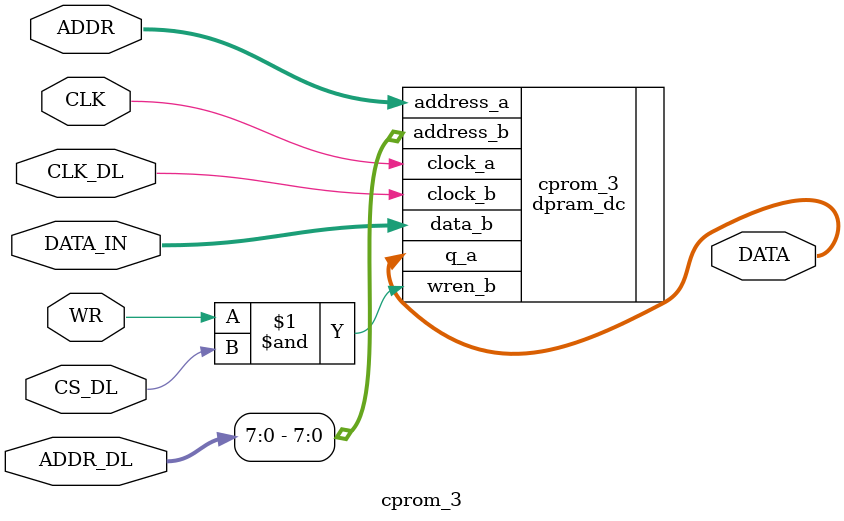
<source format=sv>

module selector
(
	input logic [24:0] ioctl_addr,
	output logic ep0_cs, ep1_cs, ep2_cs, ep3_cs, ep4_cs, ep5_cs, ep6_cs, ep7_cs, ep8_cs, ep9_cs, ep10_cs, ep11_cs, ep12_cs, ep13_cs,cp1_cs,cp2_cs,cp3_cs
);

	always_comb begin
		{ep0_cs, ep1_cs, ep2_cs, ep3_cs, ep4_cs, ep5_cs, ep6_cs, ep7_cs, ep8_cs, ep9_cs, ep10_cs, ep11_cs, ep12_cs, ep13_cs,cp1_cs,cp2_cs,cp3_cs} = 0;


		if     (ioctl_addr < 'h10000) ep0_cs = 1; // 0x10000 16   - Program ROM 
		else if(ioctl_addr < 'h14000) ep6_cs = 1; // 0x04000 15   - Audio Program ROM
		else if(ioctl_addr < 'h14800) ep1_cs = 1; // 0x00800 10   - Graphics
		else if(ioctl_addr < 'h14900) ep2_cs = 1; // 0x00100  8   - Address Decoder
		else if(ioctl_addr < 'h14920) ep3_cs = 1; // 0x00020  8   - VRAM Control
		else if(ioctl_addr < 'h14940) ep4_cs = 1; // 0x00020  8   - Sprite Control
		else if(ioctl_addr < 'h14960) ep5_cs = 1; // 0x00020  8   - Tone

		/*else if(ioctl_addr < 'h30000) ep7_cs = 1; // 0x8000 14	- 
		else if(ioctl_addr < 'h38000) ep8_cs = 1; // 0x8000 14	- 
		else if(ioctl_addr < 'h40000) ep9_cs = 1; // 0x8000 14	- 
		else if(ioctl_addr < 'h48000) ep10_cs = 1; // 0x8000 14	- 
		else if(ioctl_addr < 'h50000) ep11_cs = 1; // 0x8000 14	- 
		else if(ioctl_addr < 'h58000) ep12_cs = 1; // 0x8000 14	- 

		else if(ioctl_addr < 'h58100) cp1_cs = 1; // 0x8000 14	- 
		else if(ioctl_addr < 'h58200) cp2_cs = 1; // 0x8000 14	- 
		else if(ioctl_addr < 'h58300) cp3_cs = 1; // 0x8000 14	-  */

		else ep7_cs = 1; // 0x8000 14	- 

	end
endmodule

////////////
// EPROMS //
////////////

module eprom_0 //program
(
	input logic        CLK,
	input logic        CLK_DL,
	input logic        CEN,
	input logic [15:0] ADDR,
	input logic [24:0] ADDR_DL,
	input logic [7:0]  DATA_IN,
	input logic        CS_DL,
	input logic        WR,
	output logic [7:0] DATA
);

	dpram_dc #(.widthad_a(16)) eprom_0
	(
		.clock_a(CLK),
		.address_a(ADDR[15:0]),
		.q_a(DATA),
		.clock_b(CLK_DL),
		.address_b(ADDR_DL[15:0]),
		.data_b(DATA_IN),
		.wren_b(WR & CS_DL)
	);
endmodule

module eprom_1 //graphics 
(
	input logic        CLK,
	input logic        CLK_DL,
	input logic [10:0] ADDR,
	input logic [24:0] ADDR_DL,
	input logic [7:0]  DATA_IN,
	input logic        CS_DL,
	input logic        WR,
	output logic [7:0] DATA
);

	dpram_dc #(.widthad_a(11)) eprom_1
	(
		.clock_a(CLK),
		.address_a(ADDR[10:0]),
		.q_a(DATA),
		.clock_b(CLK_DL),
		.address_b(ADDR_DL[10:0]),
		.data_b(DATA_IN),
		.wren_b(WR & CS_DL)
	);
endmodule

module eprom_2  //memory mapper
(
	input logic        CLK,
	input logic        CLK_DL,
	input logic        CEN,	
	input logic [7:0] ADDR,
	input logic [24:0] ADDR_DL,
	input logic [3:0]  DATA_IN,
	input logic        CS_DL,
	input logic        WR,
	output logic [3:0] DATA
);
	
	dpram_dc #(.widthad_a(8)) eprom_2
	(
		.clock_a(CLK),
		.address_a(ADDR[7:0]),
		.q_a(DATA),
		.clock_b(CLK_DL),
		.address_b(ADDR_DL[7:0]),
		.data_b(DATA_IN),
		.wren_b(WR & CS_DL)
	);
endmodule



module eprom_3 //vram control
(
	input logic        CLK,
	input logic        CLK_DL,
	input logic [4:0] ADDR,
	input logic [24:0] ADDR_DL,
	input logic [7:0]  DATA_IN,
	input logic        CS_DL,
	input logic        WR,
	output logic [7:0] DATA
);

	dpram_dc #(.widthad_a(5)) eprom_3
	(
		.clock_a(CLK),
		.address_a(ADDR[4:0]),
		.q_a(DATA[7:0]),
		.clock_b(CLK_DL),
		.address_b(ADDR_DL[4:0]),
		.data_b(DATA_IN),
		.wren_b(WR & CS_DL)
	);
endmodule



module eprom_4 //sprite
(
	input logic        CLK,
	input logic        CLK_DL,
	input logic [4:0] ADDR,
	input logic [24:0] ADDR_DL,
	input logic [7:0]  DATA_IN,
	input logic        CS_DL,
	input logic        WR,
	output logic [7:0] DATA
);
	dpram_dc #(.widthad_a(5)) eprom_4
	(
		.clock_a(CLK),
		.address_a(ADDR[4:0]),
		.q_a(DATA[7:0]),

		.clock_b(CLK_DL),
		.address_b(ADDR_DL[4:0]),
		.data_b(DATA_IN),
		.wren_b(WR & CS_DL)
	);
endmodule

module eprom_5 //tone data
(
	input logic        CLK,
	input logic        CLK_DL,
	input logic [4:0] ADDR,
	input logic [24:0] ADDR_DL,
	input logic [7:0]  DATA_IN,
	input logic        CS_DL,
	input logic        WR,
	output logic [7:0] DATA
);
	dpram_dc #(.widthad_a(5)) eprom_5
	(
		.clock_a(CLK),
		.address_a(ADDR[4:0]),
		.q_a(DATA[7:0]),

		.clock_b(CLK_DL),
		.address_b(ADDR_DL[4:0]),
		.data_b(DATA_IN),
		.wren_b(WR & CS_DL)
	);
endmodule


module eprom_6
(
	input logic        CLK,
	input logic        CLK_DL,
	input logic [13:0] ADDR,
	input logic [24:0] ADDR_DL,
	input logic [7:0]  DATA_IN,
	input logic        CS_DL,
	input logic        WR,
	output logic [7:0] DATA
);
	dpram_dc #(.widthad_a(14)) eprom_6
	(
		.clock_a(CLK),
		.address_a(ADDR[13:0]),
		.q_a(DATA[7:0]),

		.clock_b(CLK_DL),
		.address_b(ADDR_DL[13:0]),
		.data_b(DATA_IN),
		.wren_b(WR & CS_DL)
	);
endmodule



module eprom_7
(
	input logic        CLK,
	input logic        CLK_DL,
	input logic [13:0] ADDR,
	input logic [24:0] ADDR_DL,
	input logic [7:0]  DATA_IN,
	input logic        CS_DL,
	input logic        WR,
	output logic [7:0] DATA
);
	dpram_dc #(.widthad_a(14)) eprom_7
	(
		.clock_a(CLK),
		.address_a(ADDR[13:0]),
		.q_a(DATA[7:0]),

		.clock_b(CLK_DL),
		.address_b(ADDR_DL[13:0]),
		.data_b(DATA_IN),
		.wren_b(WR & CS_DL)
	);
endmodule


module eprom_8
(
	input logic        CLK,
	input logic        CLK_DL,
	input logic [14:0] ADDR,
	input logic [24:0] ADDR_DL,
	input logic [7:0]  DATA_IN,
	input logic        CS_DL,
	input logic        WR,
	output logic [7:0] DATA
);
	dpram_dc #(.widthad_a(15)) eprom_8
	(
		.clock_a(CLK),
		.address_a(ADDR[14:0]),
		.q_a(DATA[7:0]),

		.clock_b(CLK_DL),
		.address_b(ADDR_DL[14:0]),
		.data_b(DATA_IN),
		.wren_b(WR & CS_DL)
	);
endmodule

module eprom_9
(
	input logic        CLK,
	input logic        CLK_DL,
	input logic [14:0] ADDR,
	input logic [24:0] ADDR_DL,
	input logic [7:0]  DATA_IN,
	input logic        CS_DL,
	input logic        WR,
	output logic [7:0] DATA
);
	dpram_dc #(.widthad_a(15)) eprom_9
	(
		.clock_a(CLK),
		.address_a(ADDR[14:0]),
		.q_a(DATA[7:0]),

		.clock_b(CLK_DL),
		.address_b(ADDR_DL[14:0]),
		.data_b(DATA_IN),
		.wren_b(WR & CS_DL)
	);
endmodule

module eprom_10
(
	input logic        CLK,
	input logic        CLK_DL,
	input logic [14:0] ADDR,
	input logic [24:0] ADDR_DL,
	input logic [7:0]  DATA_IN,
	input logic        CS_DL,
	input logic        WR,
	output logic [7:0] DATA
);
	dpram_dc #(.widthad_a(15)) eprom_10
	(
		.clock_a(CLK),
		.address_a(ADDR[14:0]),
		.q_a(DATA[7:0]),

		.clock_b(CLK_DL),
		.address_b(ADDR_DL[14:0]),
		.data_b(DATA_IN),
		.wren_b(WR & CS_DL)
	);
endmodule

module eprom_11
(
	input logic        CLK,
	input logic        CLK_DL,
	input logic [14:0] ADDR,
	input logic [24:0] ADDR_DL,
	input logic [7:0]  DATA_IN,
	input logic        CS_DL,
	input logic        WR,
	output logic [7:0] DATA
);
	dpram_dc #(.widthad_a(15)) eprom_11
	(
		.clock_a(CLK),
		.address_a(ADDR[14:0]),
		.q_a(DATA[7:0]),

		.clock_b(CLK_DL),
		.address_b(ADDR_DL[14:0]),
		.data_b(DATA_IN),
		.wren_b(WR & CS_DL)
	);
endmodule

module eprom_12
(
	input logic        CLK,
	input logic        CLK_DL,
	input logic [14:0] ADDR,
	input logic [24:0] ADDR_DL,
	input logic [7:0]  DATA_IN,
	input logic        CS_DL,
	input logic        WR,
	output logic [7:0] DATA
);
	dpram_dc #(.widthad_a(15)) eprom_12
	(
		.clock_a(CLK),
		.address_a(ADDR[14:0]),
		.q_a(DATA[7:0]),

		.clock_b(CLK_DL),
		.address_b(ADDR_DL[14:0]),
		.data_b(DATA_IN),
		.wren_b(WR & CS_DL)
	);
endmodule

///////////
// PROMS //
///////////

module cprom_1
(
	input logic        CLK,
	input logic        CLK_DL,
	input logic [7:0]  ADDR,
	input logic [24:0] ADDR_DL,
	input logic [7:0]  DATA_IN,
	input logic        CS_DL,
	input logic        WR,
	output logic [3:0] DATA
);
	dpram_dc #(.widthad_a(8)) cprom_1
	(
		.clock_a(CLK),
		.address_a(ADDR),
		.q_a(DATA[3:0]),

		.clock_b(CLK_DL),
		.address_b(ADDR_DL[7:0]),
		.data_b(DATA_IN),
		.wren_b(WR & CS_DL)
	);
endmodule

module cprom_2
(
	input logic        CLK,
	input logic        CLK_DL,
	input logic [7:0]  ADDR,
	input logic [24:0] ADDR_DL,
	input logic [7:0]  DATA_IN,
	input logic        CS_DL,
	input logic        WR,
	output logic [3:0] DATA
);
	dpram_dc #(.widthad_a(8)) cprom_2
	(
		.clock_a(CLK),
		.address_a(ADDR),
		.q_a(DATA[3:0]),

		.clock_b(CLK_DL),
		.address_b(ADDR_DL[7:0]),
		.data_b(DATA_IN),
		.wren_b(WR & CS_DL)
	);
endmodule

module cprom_3
(
	input logic        CLK,
	input logic        CLK_DL,
	input logic [7:0]  ADDR,
	input logic [24:0] ADDR_DL,
	input logic [7:0]  DATA_IN,
	input logic        CS_DL,
	input logic        WR,
	output logic [3:0] DATA
);
	dpram_dc #(.widthad_a(8)) cprom_3
	(
		.clock_a(CLK),
		.address_a(ADDR),
		.q_a(DATA[3:0]),

		.clock_b(CLK_DL),
		.address_b(ADDR_DL[7:0]),
		.data_b(DATA_IN),
		.wren_b(WR & CS_DL)
	);
endmodule

</source>
